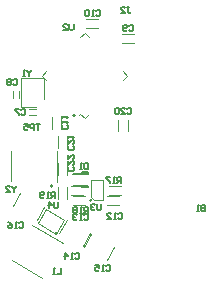
<source format=gbo>
G04 Layer_Color=32896*
%FSAX24Y24*%
%MOIN*%
G70*
G01*
G75*
%ADD65C,0.0059*%
%ADD66C,0.0050*%
%ADD68C,0.0039*%
D65*
X002323Y006193D02*
G03*
X002323Y006193I-000030J000000D01*
G01*
X001570Y003848D02*
G03*
X001570Y003848I-000030J000000D01*
G01*
X001726Y002249D02*
G03*
X001726Y002249I-000030J000000D01*
G01*
X002879Y003365D02*
G03*
X002879Y003365I-000030J000000D01*
G01*
D66*
X002254Y003853D02*
X002746D01*
Y003804D02*
Y003853D01*
X002569Y003804D02*
X002746D01*
X002569D02*
Y003853D01*
Y004247D02*
Y004296D01*
X002746D01*
Y004247D02*
Y004296D01*
X002254Y004247D02*
X002746D01*
X006650Y003200D02*
Y003000D01*
X006550D01*
X006517Y003033D01*
Y003067D01*
X006550Y003100D01*
X006650D01*
X006550D01*
X006517Y003133D01*
Y003167D01*
X006550Y003200D01*
X006650D01*
X006450Y003000D02*
X006383D01*
X006417D01*
Y003200D01*
X006450Y003167D01*
X000850Y007700D02*
Y007667D01*
X000783Y007600D01*
X000717Y007667D01*
Y007700D01*
X000783Y007600D02*
Y007500D01*
X000650D02*
X000583D01*
X000617D01*
Y007700D01*
X000650Y007667D01*
X001650Y003450D02*
Y003650D01*
X001550D01*
X001517Y003617D01*
Y003550D01*
X001550Y003517D01*
X001650D01*
X001583D02*
X001517Y003450D01*
X001450D02*
X001383D01*
X001417D01*
Y003650D01*
X001450Y003617D01*
X001283Y003483D02*
X001250Y003450D01*
X001183D01*
X001150Y003483D01*
Y003617D01*
X001183Y003650D01*
X001250D01*
X001283Y003617D01*
Y003583D01*
X001250Y003550D01*
X001150D01*
X002750Y002950D02*
Y003150D01*
X002650D01*
X002617Y003117D01*
Y003050D01*
X002650Y003017D01*
X002750D01*
X002683D02*
X002617Y002950D01*
X002550D02*
X002483D01*
X002517D01*
Y003150D01*
X002550Y003117D01*
X002383D02*
X002350Y003150D01*
X002283D01*
X002250Y003117D01*
Y003083D01*
X002283Y003050D01*
X002250Y003017D01*
Y002983D01*
X002283Y002950D01*
X002350D01*
X002383Y002983D01*
Y003017D01*
X002350Y003050D01*
X002383Y003083D01*
Y003117D01*
X002350Y003050D02*
X002283D01*
X003850Y003950D02*
Y004150D01*
X003750D01*
X003717Y004117D01*
Y004050D01*
X003750Y004017D01*
X003850D01*
X003783D02*
X003717Y003950D01*
X003650D02*
X003583D01*
X003617D01*
Y004150D01*
X003650Y004117D01*
X003483Y004150D02*
X003350D01*
Y004117D01*
X003483Y003983D01*
Y003950D01*
X002750Y004600D02*
Y004400D01*
X002650D01*
X002617Y004433D01*
Y004567D01*
X002650Y004600D01*
X002750D01*
X002550Y004400D02*
X002483D01*
X002517D01*
Y004600D01*
X002550Y004567D01*
X000517Y006367D02*
X000550Y006400D01*
X000617D01*
X000650Y006367D01*
Y006233D01*
X000617Y006200D01*
X000550D01*
X000517Y006233D01*
X000450Y006400D02*
X000317D01*
Y006367D01*
X000450Y006233D01*
Y006200D01*
X000267Y007367D02*
X000300Y007400D01*
X000367D01*
X000400Y007367D01*
Y007233D01*
X000367Y007200D01*
X000300D01*
X000267Y007233D01*
X000200Y007367D02*
X000167Y007400D01*
X000100D01*
X000067Y007367D01*
Y007333D01*
X000100Y007300D01*
X000067Y007267D01*
Y007233D01*
X000100Y007200D01*
X000167D01*
X000200Y007233D01*
Y007267D01*
X000167Y007300D01*
X000200Y007333D01*
Y007367D01*
X000167Y007300D02*
X000100D01*
X004117Y009167D02*
X004150Y009200D01*
X004217D01*
X004250Y009167D01*
Y009033D01*
X004217Y009000D01*
X004150D01*
X004117Y009033D01*
X004050D02*
X004017Y009000D01*
X003950D01*
X003917Y009033D01*
Y009167D01*
X003950Y009200D01*
X004017D01*
X004050Y009167D01*
Y009133D01*
X004017Y009100D01*
X003917D01*
X003017Y009667D02*
X003050Y009700D01*
X003117D01*
X003150Y009667D01*
Y009533D01*
X003117Y009500D01*
X003050D01*
X003017Y009533D01*
X002950Y009500D02*
X002883D01*
X002917D01*
Y009700D01*
X002950Y009667D01*
X002783D02*
X002750Y009700D01*
X002683D01*
X002650Y009667D01*
Y009533D01*
X002683Y009500D01*
X002750D01*
X002783Y009533D01*
Y009667D01*
X002067Y005883D02*
X002100Y005850D01*
Y005783D01*
X002067Y005750D01*
X001933D01*
X001900Y005783D01*
Y005850D01*
X001933Y005883D01*
X001900Y005950D02*
Y006017D01*
Y005983D01*
X002100D01*
X002067Y005950D01*
X001900Y006117D02*
Y006183D01*
Y006150D01*
X002100D01*
X002067Y006117D01*
X003767Y002917D02*
X003800Y002950D01*
X003867D01*
X003900Y002917D01*
Y002783D01*
X003867Y002750D01*
X003800D01*
X003767Y002783D01*
X003700Y002750D02*
X003633D01*
X003667D01*
Y002950D01*
X003700Y002917D01*
X003400Y002750D02*
X003533D01*
X003400Y002883D01*
Y002917D01*
X003433Y002950D01*
X003500D01*
X003533Y002917D01*
X002638Y002864D02*
X002671Y002897D01*
X002738D01*
X002771Y002864D01*
Y002731D01*
X002738Y002697D01*
X002671D01*
X002638Y002731D01*
X002571Y002697D02*
X002505D01*
X002538D01*
Y002897D01*
X002571Y002864D01*
X002405D02*
X002372Y002897D01*
X002305D01*
X002272Y002864D01*
Y002831D01*
X002305Y002797D01*
X002338D01*
X002305D01*
X002272Y002764D01*
Y002731D01*
X002305Y002697D01*
X002372D01*
X002405Y002731D01*
X002317Y001567D02*
X002350Y001600D01*
X002417D01*
X002450Y001567D01*
Y001433D01*
X002417Y001400D01*
X002350D01*
X002317Y001433D01*
X002250Y001400D02*
X002183D01*
X002217D01*
Y001600D01*
X002250Y001567D01*
X001983Y001400D02*
Y001600D01*
X002083Y001500D01*
X001950D01*
X003367Y001167D02*
X003400Y001200D01*
X003467D01*
X003500Y001167D01*
Y001033D01*
X003467Y001000D01*
X003400D01*
X003367Y001033D01*
X003300Y001000D02*
X003233D01*
X003267D01*
Y001200D01*
X003300Y001167D01*
X003000Y001200D02*
X003133D01*
Y001100D01*
X003067Y001133D01*
X003033D01*
X003000Y001100D01*
Y001033D01*
X003033Y001000D01*
X003100D01*
X003133Y001033D01*
X000467Y002617D02*
X000500Y002650D01*
X000567D01*
X000600Y002617D01*
Y002483D01*
X000567Y002450D01*
X000500D01*
X000467Y002483D01*
X000400Y002450D02*
X000333D01*
X000367D01*
Y002650D01*
X000400Y002617D01*
X000100Y002650D02*
X000167Y002617D01*
X000233Y002550D01*
Y002483D01*
X000200Y002450D01*
X000133D01*
X000100Y002483D01*
Y002517D01*
X000133Y002550D01*
X000233D01*
X004067Y006417D02*
X004100Y006450D01*
X004167D01*
X004200Y006417D01*
Y006283D01*
X004167Y006250D01*
X004100D01*
X004067Y006283D01*
X003867Y006250D02*
X004000D01*
X003867Y006383D01*
Y006417D01*
X003900Y006450D01*
X003967D01*
X004000Y006417D01*
X003800D02*
X003767Y006450D01*
X003700D01*
X003667Y006417D01*
Y006283D01*
X003700Y006250D01*
X003767D01*
X003800Y006283D01*
Y006417D01*
X004067Y009800D02*
X004133D01*
X004100D01*
Y009633D01*
X004133Y009600D01*
X004167D01*
X004200Y009633D01*
X003867Y009600D02*
X004000D01*
X003867Y009733D01*
Y009767D01*
X003900Y009800D01*
X003967D01*
X004000Y009767D01*
X001850Y001100D02*
Y000900D01*
X001717D01*
X001650D02*
X001583D01*
X001617D01*
Y001100D01*
X001650Y001067D01*
X002275Y009228D02*
Y009061D01*
X002241Y009028D01*
X002175D01*
X002141Y009061D01*
Y009228D01*
X001941Y009028D02*
X002075D01*
X001941Y009161D01*
Y009195D01*
X001975Y009228D01*
X002041D01*
X002075Y009195D01*
X003200Y003250D02*
Y003083D01*
X003167Y003050D01*
X003100D01*
X003067Y003083D01*
Y003250D01*
X003000Y003217D02*
X002967Y003250D01*
X002900D01*
X002867Y003217D01*
Y003183D01*
X002900Y003150D01*
X002933D01*
X002900D01*
X002867Y003117D01*
Y003083D01*
X002900Y003050D01*
X002967D01*
X003000Y003083D01*
X001750Y003300D02*
Y003133D01*
X001717Y003100D01*
X001650D01*
X001617Y003133D01*
Y003300D01*
X001450Y003100D02*
Y003300D01*
X001550Y003200D01*
X001417D01*
X002267Y005183D02*
X002300Y005150D01*
Y005083D01*
X002267Y005050D01*
X002133D01*
X002100Y005083D01*
Y005150D01*
X002133Y005183D01*
X002100Y005383D02*
Y005250D01*
X002233Y005383D01*
X002267D01*
X002300Y005350D01*
Y005283D01*
X002267Y005250D01*
X002100Y005450D02*
Y005517D01*
Y005483D01*
X002300D01*
X002267Y005450D01*
Y004483D02*
X002300Y004450D01*
Y004383D01*
X002267Y004350D01*
X002133D01*
X002100Y004383D01*
Y004450D01*
X002133Y004483D01*
X002100Y004683D02*
Y004550D01*
X002233Y004683D01*
X002267D01*
X002300Y004650D01*
Y004583D01*
X002267Y004550D01*
X002100Y004883D02*
Y004750D01*
X002233Y004883D01*
X002267D01*
X002300Y004850D01*
Y004783D01*
X002267Y004750D01*
X001150Y005900D02*
X001017D01*
X001083D01*
Y005700D01*
X000950D02*
Y005900D01*
X000850D01*
X000817Y005867D01*
Y005800D01*
X000850Y005767D01*
X000950D01*
X000617Y005900D02*
X000750D01*
Y005800D01*
X000683Y005833D01*
X000650D01*
X000617Y005800D01*
Y005733D01*
X000650Y005700D01*
X000717D01*
X000750Y005733D01*
X000350Y003850D02*
Y003817D01*
X000283Y003750D01*
X000217Y003817D01*
Y003850D01*
X000283Y003750D02*
Y003650D01*
X000017D02*
X000150D01*
X000017Y003783D01*
Y003817D01*
X000050Y003850D01*
X000117D01*
X000150Y003817D01*
D68*
X002468Y006213D02*
X002500Y006245D01*
X002645Y006100D01*
X002790Y006245D01*
X001225Y007520D02*
X001370Y007375D01*
X001225Y007520D02*
X001370Y007665D01*
X002645Y008940D02*
X002790Y008795D01*
X002500Y008795D02*
X002645Y008940D01*
X003920Y007665D02*
X004065Y007520D01*
X003920Y007375D02*
X004065Y007520D01*
X003903Y008593D02*
X004297D01*
X003903Y008907D02*
X004297D01*
X002703Y009407D02*
X003097D01*
X002703Y009093D02*
X003097D01*
X004085Y005658D02*
Y006052D01*
X003770Y005658D02*
Y006052D01*
X002057Y005103D02*
Y005497D01*
X001743Y005103D02*
Y005497D01*
X000182Y004008D02*
Y004992D01*
X001718Y003967D02*
Y004992D01*
X000246Y003179D02*
X000494Y003608D01*
X001051Y002714D02*
X001299Y003144D01*
X001097Y002596D02*
X001635Y002285D01*
X001097Y002596D02*
X001364Y003059D01*
X001965Y002713D01*
X001732Y002310D02*
X001965Y002713D01*
X001635Y002285D02*
X001732Y002310D01*
X000216Y001377D02*
X001238Y000787D01*
X000889Y002544D02*
X001912Y001953D01*
X002610Y001814D02*
X002858Y002244D01*
X001805Y002279D02*
X002053Y002708D01*
X002585Y001829D02*
X002833Y002258D01*
X003389Y001364D02*
X003637Y001794D01*
X003403Y003193D02*
X003797D01*
X003403Y003507D02*
X003797D01*
X003453Y003857D02*
X003847D01*
X003453Y003543D02*
X003847D01*
X002849Y003460D02*
Y004035D01*
X003251D01*
Y003365D02*
Y004035D01*
X002944Y003365D02*
X003251D01*
X002849Y003460D02*
X002944Y003365D01*
X001743Y003403D02*
Y003797D01*
X002057Y003403D02*
Y003797D01*
X002253Y003507D02*
X002647D01*
X002253Y003193D02*
X002647D01*
X002203Y003543D02*
X002597D01*
X002203Y003857D02*
X002597D01*
X001743Y004203D02*
Y004597D01*
X002057Y004203D02*
Y004597D01*
X000512Y006488D02*
X001021D01*
X000512D02*
Y007425D01*
X001276D01*
Y006742D02*
Y007425D01*
X000252Y006782D02*
Y007018D01*
X000448Y006782D02*
Y007018D01*
X000782Y006398D02*
X001018Y006398D01*
X000782Y006202D02*
X001018Y006202D01*
X001543Y005753D02*
Y006147D01*
X001857Y005753D02*
Y006147D01*
M02*

</source>
